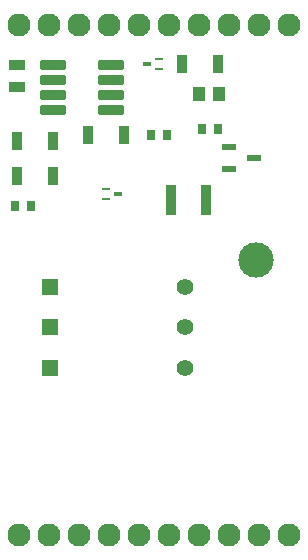
<source format=gbr>
%TF.GenerationSoftware,KiCad,Pcbnew,8.0.8*%
%TF.CreationDate,2025-02-03T23:35:20-05:00*%
%TF.ProjectId,Precharge Module,50726563-6861-4726-9765-204d6f64756c,rev?*%
%TF.SameCoordinates,Original*%
%TF.FileFunction,Soldermask,Top*%
%TF.FilePolarity,Negative*%
%FSLAX46Y46*%
G04 Gerber Fmt 4.6, Leading zero omitted, Abs format (unit mm)*
G04 Created by KiCad (PCBNEW 8.0.8) date 2025-02-03 23:35:20*
%MOMM*%
%LPD*%
G01*
G04 APERTURE LIST*
G04 Aperture macros list*
%AMRoundRect*
0 Rectangle with rounded corners*
0 $1 Rounding radius*
0 $2 $3 $4 $5 $6 $7 $8 $9 X,Y pos of 4 corners*
0 Add a 4 corners polygon primitive as box body*
4,1,4,$2,$3,$4,$5,$6,$7,$8,$9,$2,$3,0*
0 Add four circle primitives for the rounded corners*
1,1,$1+$1,$2,$3*
1,1,$1+$1,$4,$5*
1,1,$1+$1,$6,$7*
1,1,$1+$1,$8,$9*
0 Add four rect primitives between the rounded corners*
20,1,$1+$1,$2,$3,$4,$5,0*
20,1,$1+$1,$4,$5,$6,$7,0*
20,1,$1+$1,$6,$7,$8,$9,0*
20,1,$1+$1,$8,$9,$2,$3,0*%
G04 Aperture macros list end*
%ADD10R,0.863600X1.600200*%
%ADD11R,0.660400X0.279400*%
%ADD12R,0.660400X0.381000*%
%ADD13R,0.711200X0.939800*%
%ADD14R,1.397000X1.397000*%
%ADD15C,1.397000*%
%ADD16C,3.000000*%
%ADD17R,1.219200X0.558800*%
%ADD18R,0.955600X2.500000*%
%ADD19R,1.016000X1.193800*%
%ADD20R,0.855600X1.600000*%
%ADD21C,1.954000*%
%ADD22RoundRect,0.100500X-0.986500X-0.301500X0.986500X-0.301500X0.986500X0.301500X-0.986500X0.301500X0*%
%ADD23R,1.346200X0.812800*%
G04 APERTURE END LIST*
D10*
%TO.C,D3*%
X67663000Y-28708400D03*
X64615000Y-28708400D03*
%TD*%
D11*
%TO.C,Q3*%
X58167700Y-39308350D03*
X58167700Y-40108450D03*
D12*
X59158300Y-39708400D03*
%TD*%
D13*
%TO.C,R4*%
X61964500Y-34708400D03*
X63361500Y-34708400D03*
%TD*%
D14*
%TO.C,R6*%
X53470000Y-47600000D03*
D15*
X64900000Y-47600000D03*
%TD*%
D16*
%TO.C,PC COIL -*%
X70863000Y-45308400D03*
%TD*%
D17*
%TO.C,Q1*%
X68596200Y-35708400D03*
X68596200Y-37613400D03*
X70729800Y-36660900D03*
%TD*%
D13*
%TO.C,R3*%
X50464500Y-40708400D03*
X51861500Y-40708400D03*
%TD*%
D18*
%TO.C,C3*%
X63685199Y-40208400D03*
X66640801Y-40208400D03*
%TD*%
D10*
%TO.C,D2*%
X50615000Y-38208400D03*
X53663000Y-38208400D03*
%TD*%
D11*
%TO.C,Q2*%
X62653600Y-29108450D03*
X62653600Y-28308350D03*
D12*
X61663000Y-28708400D03*
%TD*%
D19*
%TO.C,R9*%
X67738900Y-31208400D03*
X66037100Y-31208400D03*
%TD*%
D14*
%TO.C,R8*%
X53470000Y-51000000D03*
D15*
X64900000Y-51000000D03*
%TD*%
D20*
%TO.C,C1*%
X56635199Y-34708400D03*
X59690801Y-34708400D03*
%TD*%
%TO.C,C2*%
X50635199Y-35208400D03*
X53690801Y-35208400D03*
%TD*%
D13*
%TO.C,R5*%
X66266000Y-34208400D03*
X67663000Y-34208400D03*
%TD*%
D14*
%TO.C,R7*%
X53470000Y-54400000D03*
D15*
X64900000Y-54400000D03*
%TD*%
D21*
%TO.C,J1*%
X50800000Y-68580000D03*
X53340000Y-68580000D03*
X55880000Y-68580000D03*
X58420000Y-68580000D03*
X60960000Y-68580000D03*
X63500000Y-68580000D03*
X66040000Y-68580000D03*
X68580000Y-68580000D03*
X71120000Y-68580000D03*
X73660000Y-68580000D03*
%TD*%
D22*
%TO.C,U1*%
X53693000Y-28803400D03*
X53693000Y-30073400D03*
X53693000Y-31343400D03*
X53693000Y-32613400D03*
X58633000Y-32613400D03*
X58633000Y-31343400D03*
X58633000Y-30073400D03*
X58633000Y-28803400D03*
%TD*%
D23*
%TO.C,R1*%
X50663000Y-30610100D03*
X50663000Y-28806700D03*
%TD*%
D21*
%TO.C,J1*%
X50800000Y-25400000D03*
X53340000Y-25400000D03*
X55880000Y-25400000D03*
X58420000Y-25400000D03*
X60960000Y-25400000D03*
X63500000Y-25400000D03*
X66040000Y-25400000D03*
X68580000Y-25400000D03*
X71120000Y-25400000D03*
X73660000Y-25400000D03*
%TD*%
M02*

</source>
